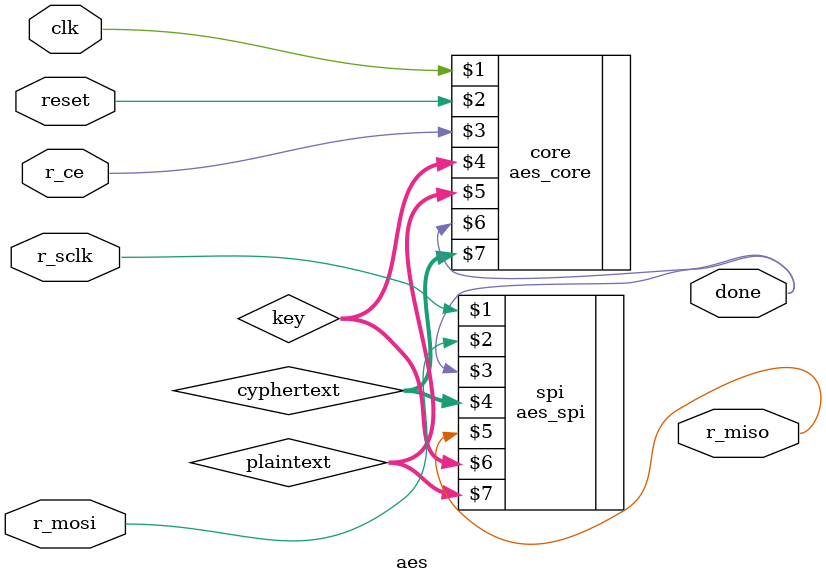
<source format=sv>
/*
  Robert "Skipper" Gonzalez
  sgonzalez@g.hmc.edu
  12/10/2019
  top-level module containing SPI coms and AES core

  Below is the top level module for an AES hardware accelerator. This module
  is designed to recieve key and plaintext from a rasberry pi over SPI
  communication, and then perform AES encryption. 128-, 192-, and 256-bit AES
  Encryptions are supported.

  Parameters:
    K:      the length of the key

  Inputs:
    clk:    sytem clock signal
    reset:  reset signal
    r_sclk: pi (master) spi clock
    r_mosi: pi mosi
    r_ce:   chip enable (or load). high during conversion

  Outputs:
    r_miso: pi miso
    done:   done bit signalling encryption completed

  Internal Variables:
    key[K-1:0]:        K-bit encryption key
    plaintext[K-1:0]:  unecrpyted K-bit message
    cyphertext[K-1:0]: encrypted K-bit message
*/

module aes #(parameter K = 128)
            (input  logic clk, reset,
             input  logic r_sclk,
             input  logic r_mosi,
             input  logic r_ce,
             output logic r_miso,
             output logic done);

  // generate block to filter invalid key sizes
  generate
    if ( (K != 128) & (K != 192) & (K != 256) ) begin
      // $error("** Illegal Condition ** Key size: %d Invalid for AES Encryption. Valid Key sizes: 128, 192, and 256", K);
      illegal_keylength_condition_triggered non_existing_module();
    end
  endgenerate

  logic [K-1:0] key;
  logic [127:0] plaintext, cyphertext;

  aes_spi  #(K) spi(r_sclk, r_mosi, done, cyphertext, r_miso, key, plaintext);
  aes_core #(K) core(clk, reset, r_ce, key, plaintext, done, cyphertext);

endmodule

</source>
